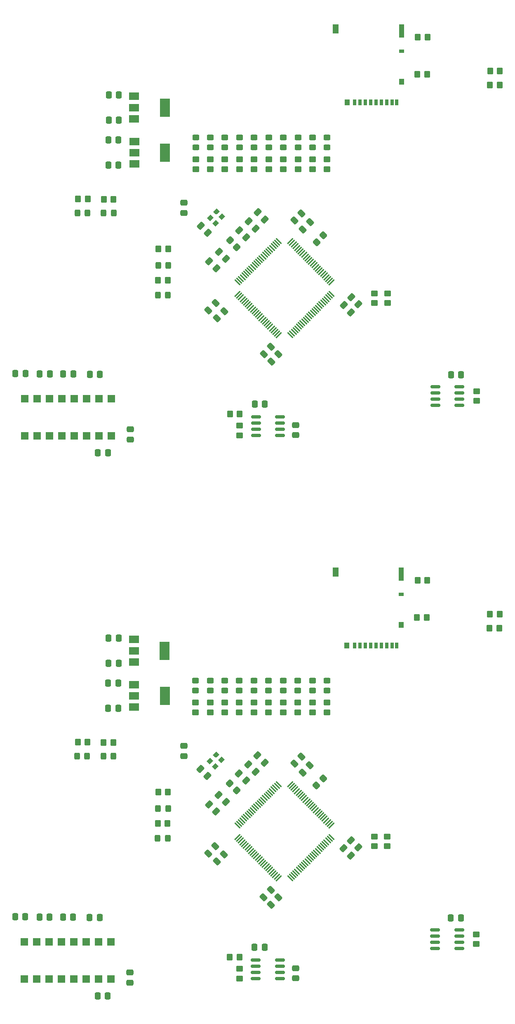
<source format=gbr>
%TF.GenerationSoftware,KiCad,Pcbnew,6.0.11-2627ca5db0~126~ubuntu20.04.1*%
%TF.CreationDate,2023-05-10T15:40:20+05:30*%
%TF.ProjectId,MVCU_F407,4d564355-5f46-4343-9037-2e6b69636164,rev?*%
%TF.SameCoordinates,Original*%
%TF.FileFunction,Paste,Top*%
%TF.FilePolarity,Positive*%
%FSLAX46Y46*%
G04 Gerber Fmt 4.6, Leading zero omitted, Abs format (unit mm)*
G04 Created by KiCad (PCBNEW 6.0.11-2627ca5db0~126~ubuntu20.04.1) date 2023-05-10 15:40:20*
%MOMM*%
%LPD*%
G01*
G04 APERTURE LIST*
G04 Aperture macros list*
%AMRoundRect*
0 Rectangle with rounded corners*
0 $1 Rounding radius*
0 $2 $3 $4 $5 $6 $7 $8 $9 X,Y pos of 4 corners*
0 Add a 4 corners polygon primitive as box body*
4,1,4,$2,$3,$4,$5,$6,$7,$8,$9,$2,$3,0*
0 Add four circle primitives for the rounded corners*
1,1,$1+$1,$2,$3*
1,1,$1+$1,$4,$5*
1,1,$1+$1,$6,$7*
1,1,$1+$1,$8,$9*
0 Add four rect primitives between the rounded corners*
20,1,$1+$1,$2,$3,$4,$5,0*
20,1,$1+$1,$4,$5,$6,$7,0*
20,1,$1+$1,$6,$7,$8,$9,0*
20,1,$1+$1,$8,$9,$2,$3,0*%
%AMRotRect*
0 Rectangle, with rotation*
0 The origin of the aperture is its center*
0 $1 length*
0 $2 width*
0 $3 Rotation angle, in degrees counterclockwise*
0 Add horizontal line*
21,1,$1,$2,0,0,$3*%
%AMOutline5P*
0 Free polygon, 5 corners , with rotation*
0 The origin of the aperture is its center*
0 number of corners: always 5*
0 $1 to $10 corner X, Y*
0 $11 Rotation angle, in degrees counterclockwise*
0 create outline with 5 corners*
4,1,5,$1,$2,$3,$4,$5,$6,$7,$8,$9,$10,$1,$2,$11*%
%AMOutline6P*
0 Free polygon, 6 corners , with rotation*
0 The origin of the aperture is its center*
0 number of corners: always 6*
0 $1 to $12 corner X, Y*
0 $13 Rotation angle, in degrees counterclockwise*
0 create outline with 6 corners*
4,1,6,$1,$2,$3,$4,$5,$6,$7,$8,$9,$10,$11,$12,$1,$2,$13*%
%AMOutline7P*
0 Free polygon, 7 corners , with rotation*
0 The origin of the aperture is its center*
0 number of corners: always 7*
0 $1 to $14 corner X, Y*
0 $15 Rotation angle, in degrees counterclockwise*
0 create outline with 7 corners*
4,1,7,$1,$2,$3,$4,$5,$6,$7,$8,$9,$10,$11,$12,$13,$14,$1,$2,$15*%
%AMOutline8P*
0 Free polygon, 8 corners , with rotation*
0 The origin of the aperture is its center*
0 number of corners: always 8*
0 $1 to $16 corner X, Y*
0 $17 Rotation angle, in degrees counterclockwise*
0 create outline with 8 corners*
4,1,8,$1,$2,$3,$4,$5,$6,$7,$8,$9,$10,$11,$12,$13,$14,$15,$16,$1,$2,$17*%
G04 Aperture macros list end*
%ADD10RoundRect,0.250000X-0.450000X0.325000X-0.450000X-0.325000X0.450000X-0.325000X0.450000X0.325000X0*%
%ADD11RoundRect,0.250000X-0.450000X0.350000X-0.450000X-0.350000X0.450000X-0.350000X0.450000X0.350000X0*%
%ADD12RoundRect,0.250000X0.325000X0.450000X-0.325000X0.450000X-0.325000X-0.450000X0.325000X-0.450000X0*%
%ADD13RoundRect,0.250000X-0.070711X0.565685X-0.565685X0.070711X0.070711X-0.565685X0.565685X-0.070711X0*%
%ADD14R,1.600000X1.600000*%
%ADD15RoundRect,0.250000X-0.337500X-0.475000X0.337500X-0.475000X0.337500X0.475000X-0.337500X0.475000X0*%
%ADD16RoundRect,0.250000X-0.350000X-0.450000X0.350000X-0.450000X0.350000X0.450000X-0.350000X0.450000X0*%
%ADD17RoundRect,0.250000X0.574524X0.097227X0.097227X0.574524X-0.574524X-0.097227X-0.097227X-0.574524X0*%
%ADD18RoundRect,0.250000X-0.325000X-0.450000X0.325000X-0.450000X0.325000X0.450000X-0.325000X0.450000X0*%
%ADD19RoundRect,0.250000X0.097227X-0.574524X0.574524X-0.097227X-0.097227X0.574524X-0.574524X0.097227X0*%
%ADD20RoundRect,0.250000X0.350000X0.450000X-0.350000X0.450000X-0.350000X-0.450000X0.350000X-0.450000X0*%
%ADD21RoundRect,0.250000X-0.097227X0.574524X-0.574524X0.097227X0.097227X-0.574524X0.574524X-0.097227X0*%
%ADD22R,2.000000X1.500000*%
%ADD23R,2.000000X3.800000*%
%ADD24RoundRect,0.250000X0.337500X0.475000X-0.337500X0.475000X-0.337500X-0.475000X0.337500X-0.475000X0*%
%ADD25RoundRect,0.250000X0.475000X-0.337500X0.475000X0.337500X-0.475000X0.337500X-0.475000X-0.337500X0*%
%ADD26R,0.700000X1.200000*%
%ADD27R,1.000000X0.800000*%
%ADD28R,1.300000X1.900000*%
%ADD29R,1.000000X1.200000*%
%ADD30R,1.000000X2.800000*%
%ADD31RoundRect,0.250000X-0.574524X-0.097227X-0.097227X-0.574524X0.574524X0.097227X0.097227X0.574524X0*%
%ADD32RoundRect,0.250000X0.565685X0.070711X0.070711X0.565685X-0.565685X-0.070711X-0.070711X-0.565685X0*%
%ADD33RoundRect,0.075000X-0.565685X0.459619X0.459619X-0.565685X0.565685X-0.459619X-0.459619X0.565685X0*%
%ADD34RoundRect,0.075000X-0.565685X-0.459619X-0.459619X-0.565685X0.565685X0.459619X0.459619X0.565685X0*%
%ADD35Outline5P,-0.500000X0.450000X0.230000X0.450000X0.500000X0.180000X0.500000X-0.450000X-0.500000X-0.450000X225.000000*%
%ADD36RotRect,1.000000X0.900000X225.000000*%
%ADD37RoundRect,0.250000X0.450000X-0.350000X0.450000X0.350000X-0.450000X0.350000X-0.450000X-0.350000X0*%
%ADD38RoundRect,0.150000X-0.825000X-0.150000X0.825000X-0.150000X0.825000X0.150000X-0.825000X0.150000X0*%
%ADD39RoundRect,0.150000X0.825000X0.150000X-0.825000X0.150000X-0.825000X-0.150000X0.825000X-0.150000X0*%
G04 APERTURE END LIST*
D10*
%TO.C,D5*%
X100168000Y-107570000D03*
X100168000Y-109620000D03*
%TD*%
D11*
%TO.C,R17*%
X88168000Y-112095000D03*
X88168000Y-114095000D03*
%TD*%
D12*
%TO.C,D11*%
X68318000Y-123045000D03*
X66268000Y-123045000D03*
%TD*%
D13*
%TO.C,R1*%
X111401107Y-127652893D03*
X109986893Y-129067107D03*
%TD*%
D14*
%TO.C,U14*%
X67854107Y-49757893D03*
X65314107Y-49757893D03*
X62774107Y-49757893D03*
X60234107Y-49757893D03*
X57694107Y-49757893D03*
X55154107Y-49757893D03*
X52614107Y-49757893D03*
X50074107Y-49757893D03*
X50074107Y-57377893D03*
X52614107Y-57377893D03*
X55154107Y-57377893D03*
X57694107Y-57377893D03*
X60234107Y-57377893D03*
X62774107Y-57377893D03*
X65314107Y-57377893D03*
X67854107Y-57377893D03*
%TD*%
D15*
%TO.C,C46*%
X63467500Y-44753000D03*
X65542500Y-44753000D03*
%TD*%
D16*
%TO.C,R44*%
X66332000Y-8825000D03*
X68332000Y-8825000D03*
%TD*%
D17*
%TO.C,C13*%
X97494139Y-126253353D03*
X96026893Y-124786107D03*
%TD*%
D18*
%TO.C,D26*%
X60907000Y-11675000D03*
X62957000Y-11675000D03*
%TD*%
D16*
%TO.C,R5*%
X145564000Y-96814000D03*
X147564000Y-96814000D03*
%TD*%
D19*
%TO.C,C37*%
X99187160Y-40575000D03*
X100654406Y-39107754D03*
%TD*%
D20*
%TO.C,R29*%
X132703000Y16806000D03*
X130703000Y16806000D03*
%TD*%
D10*
%TO.C,D2*%
X109168000Y-107570000D03*
X109168000Y-109620000D03*
%TD*%
D15*
%TO.C,C49*%
X58006500Y-44675000D03*
X60081500Y-44675000D03*
%TD*%
D20*
%TO.C,R46*%
X63032000Y-8775000D03*
X61032000Y-8775000D03*
%TD*%
D11*
%TO.C,R12*%
X103168000Y-112095000D03*
X103168000Y-114095000D03*
%TD*%
D21*
%TO.C,C41*%
X91068623Y-31792377D03*
X89601377Y-33259623D03*
%TD*%
D16*
%TO.C,R19*%
X66293000Y-120245000D03*
X68293000Y-120245000D03*
%TD*%
D15*
%TO.C,C58*%
X48169500Y-44575000D03*
X50244500Y-44575000D03*
%TD*%
D20*
%TO.C,R48*%
X79549786Y-19000714D03*
X77549786Y-19000714D03*
%TD*%
D18*
%TO.C,D13*%
X77402000Y-139880500D03*
X79452000Y-139880500D03*
%TD*%
D21*
%TO.C,C6*%
X102139406Y-152051754D03*
X100672160Y-153519000D03*
%TD*%
D20*
%TO.C,R22*%
X79427000Y-136880500D03*
X77427000Y-136880500D03*
%TD*%
D22*
%TO.C,U15*%
X72607000Y3025000D03*
X72607000Y725000D03*
D23*
X78907000Y725000D03*
D22*
X72607000Y-1575000D03*
%TD*%
D10*
%TO.C,D22*%
X91207000Y3850000D03*
X91207000Y1800000D03*
%TD*%
D11*
%TO.C,R11*%
X106168000Y-112095000D03*
X106168000Y-114095000D03*
%TD*%
D20*
%TO.C,R50*%
X94257000Y-52875000D03*
X92257000Y-52875000D03*
%TD*%
D24*
%TO.C,C26*%
X69405500Y-98845000D03*
X67330500Y-98845000D03*
%TD*%
D10*
%TO.C,D20*%
X97207000Y3850000D03*
X97207000Y1800000D03*
%TD*%
D11*
%TO.C,R18*%
X85168000Y-112095000D03*
X85168000Y-114095000D03*
%TD*%
D15*
%TO.C,C19*%
X57967500Y-156095000D03*
X60042500Y-156095000D03*
%TD*%
D24*
%TO.C,C23*%
X69405500Y-104045000D03*
X67330500Y-104045000D03*
%TD*%
D15*
%TO.C,C25*%
X137594500Y-156294500D03*
X139669500Y-156294500D03*
%TD*%
D10*
%TO.C,D3*%
X106168000Y-107570000D03*
X106168000Y-109620000D03*
%TD*%
D24*
%TO.C,C48*%
X67201607Y-60867893D03*
X65126607Y-60867893D03*
%TD*%
D20*
%TO.C,R27*%
X132803000Y24406000D03*
X130803000Y24406000D03*
%TD*%
D17*
%TO.C,C10*%
X117054730Y-143436516D03*
X115587484Y-141969270D03*
%TD*%
D18*
%TO.C,D27*%
X77441000Y-28460500D03*
X79491000Y-28460500D03*
%TD*%
D10*
%TO.C,D23*%
X88207000Y3850000D03*
X88207000Y1800000D03*
%TD*%
D17*
%TO.C,C2*%
X99362623Y-124394623D03*
X97895377Y-122927377D03*
%TD*%
D10*
%TO.C,D21*%
X94207000Y3850000D03*
X94207000Y1800000D03*
%TD*%
D20*
%TO.C,R4*%
X132664000Y-94614000D03*
X130664000Y-94614000D03*
%TD*%
%TO.C,R2*%
X132764000Y-87014000D03*
X130764000Y-87014000D03*
%TD*%
D11*
%TO.C,R33*%
X124576000Y-28132000D03*
X124576000Y-30132000D03*
%TD*%
D10*
%TO.C,D6*%
X97168000Y-107570000D03*
X97168000Y-109620000D03*
%TD*%
D24*
%TO.C,C17*%
X69305500Y-113245000D03*
X67230500Y-113245000D03*
%TD*%
D22*
%TO.C,U6*%
X72518000Y-99145000D03*
X72518000Y-101445000D03*
D23*
X78818000Y-101445000D03*
D22*
X72518000Y-103745000D03*
%TD*%
D19*
%TO.C,C34*%
X107205377Y-15006623D03*
X108672623Y-13539377D03*
%TD*%
D12*
%TO.C,D25*%
X68357000Y-11625000D03*
X66307000Y-11625000D03*
%TD*%
D11*
%TO.C,R7*%
X121870000Y-139552000D03*
X121870000Y-141552000D03*
%TD*%
%TO.C,R13*%
X100168000Y-112095000D03*
X100168000Y-114095000D03*
%TD*%
D10*
%TO.C,D15*%
X112207000Y3850000D03*
X112207000Y1800000D03*
%TD*%
D25*
%TO.C,C59*%
X105757000Y-57212500D03*
X105757000Y-55137500D03*
%TD*%
D20*
%TO.C,R47*%
X79466000Y-25460500D03*
X77466000Y-25460500D03*
%TD*%
D21*
%TO.C,C44*%
X89290623Y-30141377D03*
X87823377Y-31608623D03*
%TD*%
D17*
%TO.C,C43*%
X97533139Y-14833353D03*
X96065893Y-13366107D03*
%TD*%
D14*
%TO.C,U3*%
X67815107Y-161177893D03*
X65275107Y-161177893D03*
X62735107Y-161177893D03*
X60195107Y-161177893D03*
X57655107Y-161177893D03*
X55115107Y-161177893D03*
X52575107Y-161177893D03*
X50035107Y-161177893D03*
X50035107Y-168797893D03*
X52575107Y-168797893D03*
X55115107Y-168797893D03*
X57655107Y-168797893D03*
X60195107Y-168797893D03*
X62735107Y-168797893D03*
X65275107Y-168797893D03*
X67815107Y-168797893D03*
%TD*%
D24*
%TO.C,C56*%
X69444500Y12575000D03*
X67369500Y12575000D03*
%TD*%
D10*
%TO.C,D18*%
X103207000Y3850000D03*
X103207000Y1800000D03*
%TD*%
D26*
%TO.C,J3*%
X117819000Y-100404000D03*
X118919000Y-100404000D03*
X120019000Y-100404000D03*
X121119000Y-100404000D03*
X122219000Y-100404000D03*
X123319000Y-100404000D03*
X124419000Y-100404000D03*
X125519000Y-100404000D03*
X126469000Y-100404000D03*
D27*
X127419000Y-89904000D03*
D28*
X113919000Y-85304000D03*
D29*
X116269000Y-100404000D03*
X127419000Y-96104000D03*
D30*
X127419000Y-85754000D03*
%TD*%
D19*
%TO.C,C7*%
X99148160Y-151995000D03*
X100615406Y-150527754D03*
%TD*%
D24*
%TO.C,C53*%
X69444500Y7375000D03*
X67369500Y7375000D03*
%TD*%
%TO.C,C18*%
X67162607Y-172287893D03*
X65087607Y-172287893D03*
%TD*%
D13*
%TO.C,R26*%
X111440107Y-16232893D03*
X110025893Y-17647107D03*
%TD*%
D15*
%TO.C,C22*%
X53141500Y-156046000D03*
X55216500Y-156046000D03*
%TD*%
D11*
%TO.C,R16*%
X91168000Y-112095000D03*
X91168000Y-114095000D03*
%TD*%
D10*
%TO.C,D9*%
X88168000Y-107570000D03*
X88168000Y-109620000D03*
%TD*%
D22*
%TO.C,U17*%
X72557000Y12275000D03*
X72557000Y9975000D03*
D23*
X78857000Y9975000D03*
D22*
X72557000Y7675000D03*
%TD*%
D15*
%TO.C,C16*%
X63428500Y-156173000D03*
X65503500Y-156173000D03*
%TD*%
D31*
%TO.C,C35*%
X117150484Y-28898270D03*
X118617730Y-30365516D03*
%TD*%
D25*
%TO.C,C3*%
X82754000Y-123047500D03*
X82754000Y-120972500D03*
%TD*%
D22*
%TO.C,U4*%
X72568000Y-108395000D03*
X72568000Y-110695000D03*
D23*
X78868000Y-110695000D03*
D22*
X72568000Y-112995000D03*
%TD*%
D10*
%TO.C,D4*%
X103168000Y-107570000D03*
X103168000Y-109620000D03*
%TD*%
D15*
%TO.C,C52*%
X53180500Y-44626000D03*
X55255500Y-44626000D03*
%TD*%
D17*
%TO.C,C45*%
X89433516Y-22989730D03*
X87966270Y-21522484D03*
%TD*%
D32*
%TO.C,R28*%
X93660107Y-18663107D03*
X92245893Y-17248893D03*
%TD*%
D33*
%TO.C,U13*%
X102279703Y-17398208D03*
X101926150Y-17751761D03*
X101572596Y-18105315D03*
X101219043Y-18458868D03*
X100865490Y-18812421D03*
X100511936Y-19165975D03*
X100158383Y-19519528D03*
X99804829Y-19873082D03*
X99451276Y-20226635D03*
X99097723Y-20580188D03*
X98744169Y-20933742D03*
X98390616Y-21287295D03*
X98037062Y-21640848D03*
X97683509Y-21994402D03*
X97329956Y-22347955D03*
X96976402Y-22701509D03*
X96622849Y-23055062D03*
X96269296Y-23408615D03*
X95915742Y-23762169D03*
X95562189Y-24115722D03*
X95208635Y-24469276D03*
X94855082Y-24822829D03*
X94501529Y-25176382D03*
X94147975Y-25529936D03*
X93794422Y-25883489D03*
D34*
X93794422Y-28252297D03*
X94147975Y-28605850D03*
X94501529Y-28959404D03*
X94855082Y-29312957D03*
X95208635Y-29666510D03*
X95562189Y-30020064D03*
X95915742Y-30373617D03*
X96269296Y-30727171D03*
X96622849Y-31080724D03*
X96976402Y-31434277D03*
X97329956Y-31787831D03*
X97683509Y-32141384D03*
X98037062Y-32494938D03*
X98390616Y-32848491D03*
X98744169Y-33202044D03*
X99097723Y-33555598D03*
X99451276Y-33909151D03*
X99804829Y-34262704D03*
X100158383Y-34616258D03*
X100511936Y-34969811D03*
X100865490Y-35323365D03*
X101219043Y-35676918D03*
X101572596Y-36030471D03*
X101926150Y-36384025D03*
X102279703Y-36737578D03*
D33*
X104648511Y-36737578D03*
X105002064Y-36384025D03*
X105355618Y-36030471D03*
X105709171Y-35676918D03*
X106062724Y-35323365D03*
X106416278Y-34969811D03*
X106769831Y-34616258D03*
X107123385Y-34262704D03*
X107476938Y-33909151D03*
X107830491Y-33555598D03*
X108184045Y-33202044D03*
X108537598Y-32848491D03*
X108891152Y-32494938D03*
X109244705Y-32141384D03*
X109598258Y-31787831D03*
X109951812Y-31434277D03*
X110305365Y-31080724D03*
X110658918Y-30727171D03*
X111012472Y-30373617D03*
X111366025Y-30020064D03*
X111719579Y-29666510D03*
X112073132Y-29312957D03*
X112426685Y-28959404D03*
X112780239Y-28605850D03*
X113133792Y-28252297D03*
D34*
X113133792Y-25883489D03*
X112780239Y-25529936D03*
X112426685Y-25176382D03*
X112073132Y-24822829D03*
X111719579Y-24469276D03*
X111366025Y-24115722D03*
X111012472Y-23762169D03*
X110658918Y-23408615D03*
X110305365Y-23055062D03*
X109951812Y-22701509D03*
X109598258Y-22347955D03*
X109244705Y-21994402D03*
X108891152Y-21640848D03*
X108537598Y-21287295D03*
X108184045Y-20933742D03*
X107830491Y-20580188D03*
X107476938Y-20226635D03*
X107123385Y-19873082D03*
X106769831Y-19519528D03*
X106416278Y-19165975D03*
X106062724Y-18812421D03*
X105709171Y-18458868D03*
X105355618Y-18105315D03*
X105002064Y-17751761D03*
X104648511Y-17398208D03*
%TD*%
D31*
%TO.C,C8*%
X86184377Y-125661377D03*
X87651623Y-127128623D03*
%TD*%
D17*
%TO.C,C1*%
X95552623Y-128077623D03*
X94085377Y-126610377D03*
%TD*%
D21*
%TO.C,C14*%
X89251623Y-141561377D03*
X87784377Y-143028623D03*
%TD*%
D35*
%TO.C,Y2*%
X89445388Y-11355996D03*
D36*
X88172596Y-12628788D03*
X89268612Y-13724803D03*
X90541404Y-12444940D03*
%TD*%
D37*
%TO.C,R49*%
X94257000Y-57275000D03*
X94257000Y-55275000D03*
%TD*%
D11*
%TO.C,R20*%
X142825000Y-159618000D03*
X142825000Y-161618000D03*
%TD*%
D25*
%TO.C,C21*%
X71705000Y-169508000D03*
X71705000Y-167433000D03*
%TD*%
D21*
%TO.C,C11*%
X91029623Y-143212377D03*
X89562377Y-144679623D03*
%TD*%
D16*
%TO.C,R31*%
X145653000Y17506000D03*
X147653000Y17506000D03*
%TD*%
D10*
%TO.C,D1*%
X112168000Y-107570000D03*
X112168000Y-109620000D03*
%TD*%
D17*
%TO.C,C40*%
X117093730Y-32016516D03*
X115626484Y-30549270D03*
%TD*%
D15*
%TO.C,C28*%
X48130500Y-155995000D03*
X50205500Y-155995000D03*
%TD*%
D11*
%TO.C,R38*%
X100207000Y-675000D03*
X100207000Y-2675000D03*
%TD*%
D31*
%TO.C,C5*%
X117111484Y-140318270D03*
X118578730Y-141785516D03*
%TD*%
%TO.C,C38*%
X86223377Y-14241377D03*
X87690623Y-15708623D03*
%TD*%
D20*
%TO.C,R25*%
X94218000Y-164295000D03*
X92218000Y-164295000D03*
%TD*%
D17*
%TO.C,C39*%
X91437139Y-21056353D03*
X89969893Y-19589107D03*
%TD*%
D18*
%TO.C,D12*%
X60868000Y-123095000D03*
X62918000Y-123095000D03*
%TD*%
D11*
%TO.C,R40*%
X94207000Y-675000D03*
X94207000Y-2675000D03*
%TD*%
D38*
%TO.C,U16*%
X134420000Y-47293000D03*
X134420000Y-48563000D03*
X134420000Y-49833000D03*
X134420000Y-51103000D03*
X139370000Y-51103000D03*
X139370000Y-49833000D03*
X139370000Y-48563000D03*
X139370000Y-47293000D03*
%TD*%
D24*
%TO.C,C20*%
X69305500Y-108095000D03*
X67230500Y-108095000D03*
%TD*%
D10*
%TO.C,D16*%
X109207000Y3850000D03*
X109207000Y1800000D03*
%TD*%
D32*
%TO.C,R3*%
X93621107Y-130083107D03*
X92206893Y-128668893D03*
%TD*%
D11*
%TO.C,R9*%
X112168000Y-112095000D03*
X112168000Y-114095000D03*
%TD*%
D15*
%TO.C,C55*%
X137633500Y-44874500D03*
X139708500Y-44874500D03*
%TD*%
D11*
%TO.C,R14*%
X97168000Y-112095000D03*
X97168000Y-114095000D03*
%TD*%
%TO.C,R37*%
X103207000Y-675000D03*
X103207000Y-2675000D03*
%TD*%
D17*
%TO.C,C31*%
X95591623Y-16657623D03*
X94124377Y-15190377D03*
%TD*%
D10*
%TO.C,D10*%
X85168000Y-107570000D03*
X85168000Y-109620000D03*
%TD*%
D11*
%TO.C,R8*%
X124537000Y-139552000D03*
X124537000Y-141552000D03*
%TD*%
D35*
%TO.C,Y1*%
X89406388Y-122775996D03*
D36*
X88133596Y-124048788D03*
X89229612Y-125144803D03*
X90502404Y-123864940D03*
%TD*%
D10*
%TO.C,D17*%
X106207000Y3850000D03*
X106207000Y1800000D03*
%TD*%
D24*
%TO.C,C60*%
X99394500Y-50875000D03*
X97319500Y-50875000D03*
%TD*%
D11*
%TO.C,R41*%
X91207000Y-675000D03*
X91207000Y-2675000D03*
%TD*%
D18*
%TO.C,D14*%
X77485786Y-133820714D03*
X79535786Y-133820714D03*
%TD*%
D19*
%TO.C,C42*%
X105473754Y-13200246D03*
X106941000Y-11733000D03*
%TD*%
D33*
%TO.C,U2*%
X102240703Y-128818208D03*
X101887150Y-129171761D03*
X101533596Y-129525315D03*
X101180043Y-129878868D03*
X100826490Y-130232421D03*
X100472936Y-130585975D03*
X100119383Y-130939528D03*
X99765829Y-131293082D03*
X99412276Y-131646635D03*
X99058723Y-132000188D03*
X98705169Y-132353742D03*
X98351616Y-132707295D03*
X97998062Y-133060848D03*
X97644509Y-133414402D03*
X97290956Y-133767955D03*
X96937402Y-134121509D03*
X96583849Y-134475062D03*
X96230296Y-134828615D03*
X95876742Y-135182169D03*
X95523189Y-135535722D03*
X95169635Y-135889276D03*
X94816082Y-136242829D03*
X94462529Y-136596382D03*
X94108975Y-136949936D03*
X93755422Y-137303489D03*
D34*
X93755422Y-139672297D03*
X94108975Y-140025850D03*
X94462529Y-140379404D03*
X94816082Y-140732957D03*
X95169635Y-141086510D03*
X95523189Y-141440064D03*
X95876742Y-141793617D03*
X96230296Y-142147171D03*
X96583849Y-142500724D03*
X96937402Y-142854277D03*
X97290956Y-143207831D03*
X97644509Y-143561384D03*
X97998062Y-143914938D03*
X98351616Y-144268491D03*
X98705169Y-144622044D03*
X99058723Y-144975598D03*
X99412276Y-145329151D03*
X99765829Y-145682704D03*
X100119383Y-146036258D03*
X100472936Y-146389811D03*
X100826490Y-146743365D03*
X101180043Y-147096918D03*
X101533596Y-147450471D03*
X101887150Y-147804025D03*
X102240703Y-148157578D03*
D33*
X104609511Y-148157578D03*
X104963064Y-147804025D03*
X105316618Y-147450471D03*
X105670171Y-147096918D03*
X106023724Y-146743365D03*
X106377278Y-146389811D03*
X106730831Y-146036258D03*
X107084385Y-145682704D03*
X107437938Y-145329151D03*
X107791491Y-144975598D03*
X108145045Y-144622044D03*
X108498598Y-144268491D03*
X108852152Y-143914938D03*
X109205705Y-143561384D03*
X109559258Y-143207831D03*
X109912812Y-142854277D03*
X110266365Y-142500724D03*
X110619918Y-142147171D03*
X110973472Y-141793617D03*
X111327025Y-141440064D03*
X111680579Y-141086510D03*
X112034132Y-140732957D03*
X112387685Y-140379404D03*
X112741239Y-140025850D03*
X113094792Y-139672297D03*
D34*
X113094792Y-137303489D03*
X112741239Y-136949936D03*
X112387685Y-136596382D03*
X112034132Y-136242829D03*
X111680579Y-135889276D03*
X111327025Y-135535722D03*
X110973472Y-135182169D03*
X110619918Y-134828615D03*
X110266365Y-134475062D03*
X109912812Y-134121509D03*
X109559258Y-133767955D03*
X109205705Y-133414402D03*
X108852152Y-133060848D03*
X108498598Y-132707295D03*
X108145045Y-132353742D03*
X107791491Y-132000188D03*
X107437938Y-131646635D03*
X107084385Y-131293082D03*
X106730831Y-130939528D03*
X106377278Y-130585975D03*
X106023724Y-130232421D03*
X105670171Y-129878868D03*
X105316618Y-129525315D03*
X104963064Y-129171761D03*
X104609511Y-128818208D03*
%TD*%
D17*
%TO.C,C15*%
X89394516Y-134409730D03*
X87927270Y-132942484D03*
%TD*%
D11*
%TO.C,R42*%
X88207000Y-675000D03*
X88207000Y-2675000D03*
%TD*%
D24*
%TO.C,C50*%
X69344500Y3325000D03*
X67269500Y3325000D03*
%TD*%
D39*
%TO.C,U22*%
X102532000Y-57280000D03*
X102532000Y-56010000D03*
X102532000Y-54740000D03*
X102532000Y-53470000D03*
X97582000Y-53470000D03*
X97582000Y-54740000D03*
X97582000Y-56010000D03*
X97582000Y-57280000D03*
%TD*%
D11*
%TO.C,R39*%
X97207000Y-675000D03*
X97207000Y-2675000D03*
%TD*%
D10*
%TO.C,D19*%
X100207000Y3850000D03*
X100207000Y1800000D03*
%TD*%
D11*
%TO.C,R15*%
X94168000Y-112095000D03*
X94168000Y-114095000D03*
%TD*%
D16*
%TO.C,R30*%
X145603000Y14606000D03*
X147603000Y14606000D03*
%TD*%
D20*
%TO.C,R21*%
X62993000Y-120195000D03*
X60993000Y-120195000D03*
%TD*%
D17*
%TO.C,C9*%
X91398139Y-132476353D03*
X89930893Y-131009107D03*
%TD*%
D11*
%TO.C,R10*%
X109168000Y-112095000D03*
X109168000Y-114095000D03*
%TD*%
D38*
%TO.C,U5*%
X134381000Y-158713000D03*
X134381000Y-159983000D03*
X134381000Y-161253000D03*
X134381000Y-162523000D03*
X139331000Y-162523000D03*
X139331000Y-161253000D03*
X139331000Y-159983000D03*
X139331000Y-158713000D03*
%TD*%
D11*
%TO.C,R34*%
X112207000Y-675000D03*
X112207000Y-2675000D03*
%TD*%
D39*
%TO.C,U11*%
X102493000Y-168700000D03*
X102493000Y-167430000D03*
X102493000Y-166160000D03*
X102493000Y-164890000D03*
X97543000Y-164890000D03*
X97543000Y-166160000D03*
X97543000Y-167430000D03*
X97543000Y-168700000D03*
%TD*%
D21*
%TO.C,C36*%
X102178406Y-40631754D03*
X100711160Y-42099000D03*
%TD*%
D10*
%TO.C,D24*%
X85207000Y3850000D03*
X85207000Y1800000D03*
%TD*%
D19*
%TO.C,C12*%
X105434754Y-124620246D03*
X106902000Y-123153000D03*
%TD*%
D11*
%TO.C,R43*%
X85207000Y-675000D03*
X85207000Y-2675000D03*
%TD*%
D16*
%TO.C,R6*%
X145614000Y-93914000D03*
X147614000Y-93914000D03*
%TD*%
D24*
%TO.C,C30*%
X99355500Y-162295000D03*
X97280500Y-162295000D03*
%TD*%
D11*
%TO.C,R32*%
X121909000Y-28132000D03*
X121909000Y-30132000D03*
%TD*%
D25*
%TO.C,C51*%
X71744000Y-58088000D03*
X71744000Y-56013000D03*
%TD*%
D20*
%TO.C,R23*%
X79510786Y-130420714D03*
X77510786Y-130420714D03*
%TD*%
D18*
%TO.C,D28*%
X77524786Y-22400714D03*
X79574786Y-22400714D03*
%TD*%
D37*
%TO.C,R24*%
X94218000Y-168695000D03*
X94218000Y-166695000D03*
%TD*%
D25*
%TO.C,C33*%
X82793000Y-11627500D03*
X82793000Y-9552500D03*
%TD*%
D17*
%TO.C,C32*%
X99401623Y-12974623D03*
X97934377Y-11507377D03*
%TD*%
D10*
%TO.C,D8*%
X91168000Y-107570000D03*
X91168000Y-109620000D03*
%TD*%
%TO.C,D7*%
X94168000Y-107570000D03*
X94168000Y-109620000D03*
%TD*%
D25*
%TO.C,C29*%
X105718000Y-168632500D03*
X105718000Y-166557500D03*
%TD*%
D26*
%TO.C,J25*%
X117858000Y11016000D03*
X118958000Y11016000D03*
X120058000Y11016000D03*
X121158000Y11016000D03*
X122258000Y11016000D03*
X123358000Y11016000D03*
X124458000Y11016000D03*
X125558000Y11016000D03*
X126508000Y11016000D03*
D27*
X127458000Y21516000D03*
D30*
X127458000Y25666000D03*
D29*
X116308000Y11016000D03*
D28*
X113958000Y26116000D03*
D29*
X127458000Y15316000D03*
%TD*%
D11*
%TO.C,R45*%
X142864000Y-48198000D03*
X142864000Y-50198000D03*
%TD*%
D19*
%TO.C,C4*%
X107166377Y-126426623D03*
X108633623Y-124959377D03*
%TD*%
D11*
%TO.C,R36*%
X106207000Y-675000D03*
X106207000Y-2675000D03*
%TD*%
%TO.C,R35*%
X109207000Y-675000D03*
X109207000Y-2675000D03*
%TD*%
D24*
%TO.C,C47*%
X69344500Y-1825000D03*
X67269500Y-1825000D03*
%TD*%
M02*

</source>
